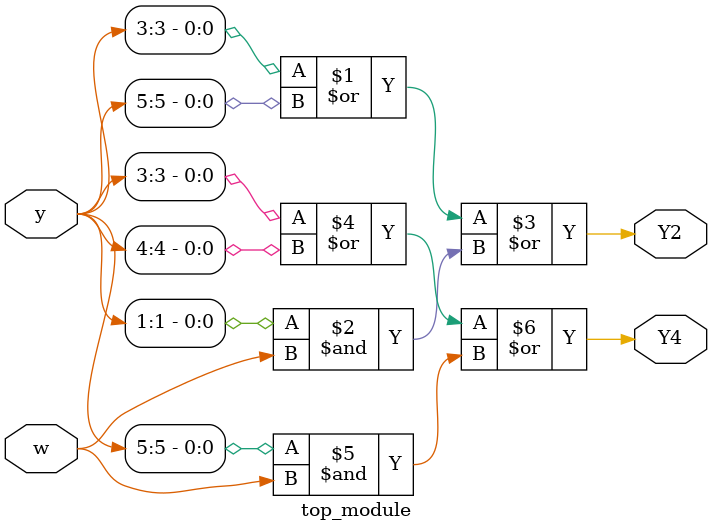
<source format=sv>
module top_module (
	input [6:1] y,
	input w,
	output Y2,
	output Y4
);

	assign Y2 = y[3] | y[5] | (y[1] & w);  // Next state signal for y[2]
	assign Y4 = y[3] | y[4] | (y[5] & w);  // Next state signal for y[4]

endmodule

</source>
